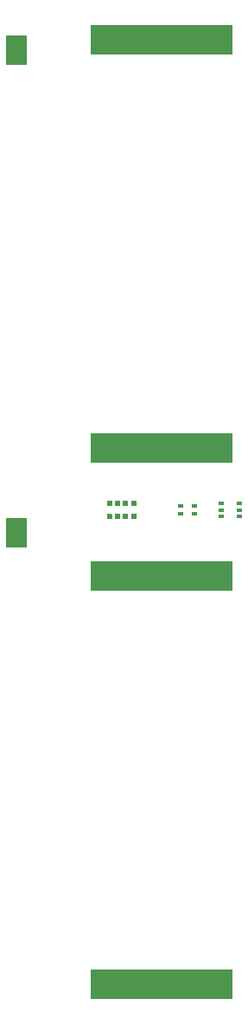
<source format=gbr>
%TF.GenerationSoftware,KiCad,Pcbnew,7.0.5*%
%TF.CreationDate,2023-06-02T13:02:35-04:00*%
%TF.ProjectId,SIDE,53494445-2e6b-4696-9361-645f70636258,rev?*%
%TF.SameCoordinates,Original*%
%TF.FileFunction,Soldermask,Top*%
%TF.FilePolarity,Negative*%
%FSLAX46Y46*%
G04 Gerber Fmt 4.6, Leading zero omitted, Abs format (unit mm)*
G04 Created by KiCad (PCBNEW 7.0.5) date 2023-06-02 13:02:35*
%MOMM*%
%LPD*%
G01*
G04 APERTURE LIST*
G04 Aperture macros list*
%AMOutline5P*
0 Free polygon, 5 corners , with rotation*
0 The origin of the aperture is its center*
0 number of corners: always 5*
0 $1 to $10 corner X, Y*
0 $11 Rotation angle, in degrees counterclockwise*
0 create outline with 5 corners*
4,1,5,$1,$2,$3,$4,$5,$6,$7,$8,$9,$10,$1,$2,$11*%
%AMOutline6P*
0 Free polygon, 6 corners , with rotation*
0 The origin of the aperture is its center*
0 number of corners: always 6*
0 $1 to $12 corner X, Y*
0 $13 Rotation angle, in degrees counterclockwise*
0 create outline with 6 corners*
4,1,6,$1,$2,$3,$4,$5,$6,$7,$8,$9,$10,$11,$12,$1,$2,$13*%
%AMOutline7P*
0 Free polygon, 7 corners , with rotation*
0 The origin of the aperture is its center*
0 number of corners: always 7*
0 $1 to $14 corner X, Y*
0 $15 Rotation angle, in degrees counterclockwise*
0 create outline with 7 corners*
4,1,7,$1,$2,$3,$4,$5,$6,$7,$8,$9,$10,$11,$12,$13,$14,$1,$2,$15*%
%AMOutline8P*
0 Free polygon, 8 corners , with rotation*
0 The origin of the aperture is its center*
0 number of corners: always 8*
0 $1 to $16 corner X, Y*
0 $17 Rotation angle, in degrees counterclockwise*
0 create outline with 8 corners*
4,1,8,$1,$2,$3,$4,$5,$6,$7,$8,$9,$10,$11,$12,$13,$14,$15,$16,$1,$2,$17*%
G04 Aperture macros list end*
%ADD10R,2.000000X3.000000*%
%ADD11R,14.000000X3.000000*%
%ADD12Outline5P,-0.287500X0.244000X0.287500X0.244000X0.287500X-0.067100X0.110600X-0.244000X-0.287500X-0.244000X90.000000*%
%ADD13R,0.488000X0.575000*%
%ADD14R,0.500000X0.300000*%
%ADD15R,0.550000X0.300000*%
G04 APERTURE END LIST*
D10*
%TO.C,J1*%
X139970000Y-50493022D03*
%TD*%
%TO.C,J2*%
X139970000Y-97718022D03*
%TD*%
D11*
%TO.C,SC2*%
X154220000Y-141958022D03*
X154220000Y-101958022D03*
%TD*%
D12*
%TO.C,U1*%
X149102500Y-96161022D03*
D13*
X149902500Y-96161022D03*
X150702500Y-96161022D03*
X151502500Y-96161022D03*
X151502500Y-94885022D03*
X150702500Y-94885022D03*
X149902500Y-94885022D03*
X149102500Y-94885022D03*
%TD*%
D11*
%TO.C,SC1*%
X154220000Y-49468022D03*
X154220000Y-89468022D03*
%TD*%
D14*
%TO.C,U3*%
X156060000Y-95123022D03*
X156060000Y-95923022D03*
X157460000Y-95923022D03*
X157460000Y-95123022D03*
%TD*%
D15*
%TO.C,IC1*%
X160070000Y-94873022D03*
X160070000Y-95523022D03*
X160070000Y-96173022D03*
X161820000Y-96173022D03*
X161820000Y-95523022D03*
X161820000Y-94873022D03*
%TD*%
M02*

</source>
